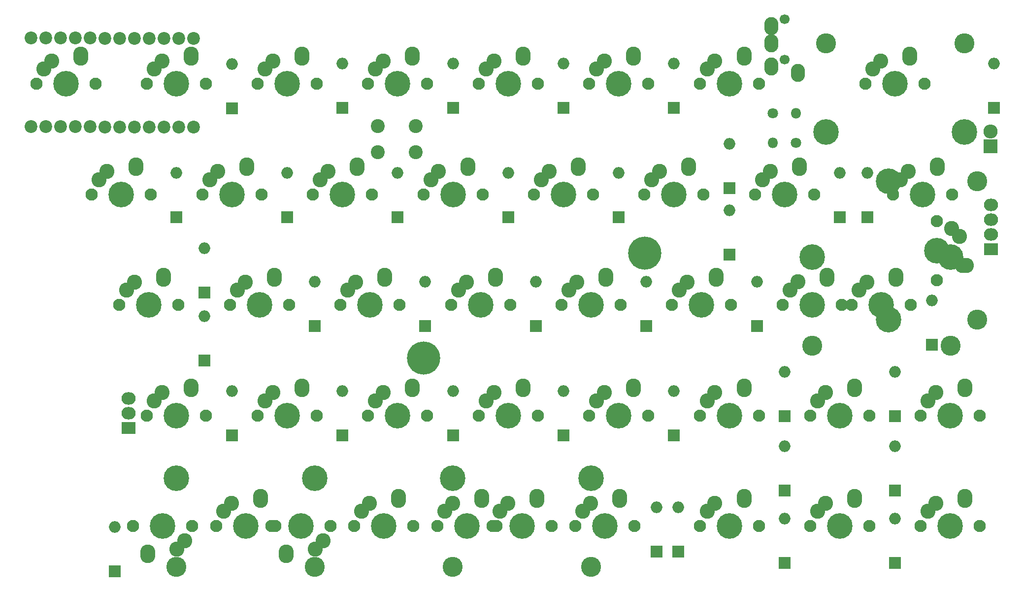
<source format=gts>
G04 #@! TF.GenerationSoftware,KiCad,Pcbnew,(5.1.6)-1*
G04 #@! TF.CreationDate,2020-06-17T00:03:13+01:00*
G04 #@! TF.ProjectId,Mint60,4d696e74-3630-42e6-9b69-6361645f7063,rev?*
G04 #@! TF.SameCoordinates,Original*
G04 #@! TF.FileFunction,Soldermask,Top*
G04 #@! TF.FilePolarity,Negative*
%FSLAX46Y46*%
G04 Gerber Fmt 4.6, Leading zero omitted, Abs format (unit mm)*
G04 Created by KiCad (PCBNEW (5.1.6)-1) date 2020-06-17 00:03:13*
%MOMM*%
%LPD*%
G01*
G04 APERTURE LIST*
%ADD10C,2.600000*%
%ADD11C,3.450000*%
%ADD12C,4.400000*%
%ADD13C,2.100000*%
%ADD14R,2.432000X2.127200*%
%ADD15O,2.432000X2.127200*%
%ADD16R,2.000000X2.000000*%
%ADD17O,2.000000X2.000000*%
%ADD18C,2.200000*%
%ADD19C,1.800000*%
%ADD20O,1.800000X1.800000*%
%ADD21R,2.432000X2.432000*%
%ADD22O,2.432000X2.432000*%
%ADD23C,1.700000*%
%ADD24O,2.400000X3.100000*%
%ADD25C,2.400000*%
%ADD26C,5.700000*%
G04 APERTURE END LIST*
D10*
X203595000Y-61040000D03*
X204730000Y-66040000D03*
D11*
X206650000Y-75400000D03*
X206650000Y-51600000D03*
D12*
X191410000Y-51600000D03*
X191410000Y-75400000D03*
D13*
X199650000Y-68580000D03*
X199650000Y-58420000D03*
D12*
X199650000Y-63500000D03*
D10*
X202190000Y-59690000D03*
X204095000Y-66040000D03*
X180790000Y-67770000D03*
X174440000Y-70310000D03*
D13*
X183330000Y-72850000D03*
X173170000Y-72850000D03*
D12*
X178250000Y-72850000D03*
D10*
X175790000Y-68905000D03*
X180790000Y-68405000D03*
X52540000Y-30430000D03*
X47540000Y-30930000D03*
D12*
X50000000Y-34875000D03*
D13*
X44920000Y-34875000D03*
X55080000Y-34875000D03*
D10*
X46190000Y-32335000D03*
X52540000Y-29795000D03*
X195040000Y-30430000D03*
X188690000Y-32335000D03*
D12*
X192500000Y-34875000D03*
D13*
X187420000Y-34875000D03*
X197580000Y-34875000D03*
D12*
X204400000Y-43115000D03*
X180600000Y-43115000D03*
D11*
X180600000Y-27875000D03*
X204400000Y-27875000D03*
D10*
X195040000Y-29795000D03*
X190040000Y-30930000D03*
D14*
X60750000Y-94000000D03*
D15*
X60750000Y-91460000D03*
X60750000Y-88920000D03*
D16*
X73750000Y-82420000D03*
D17*
X73750000Y-74800000D03*
D10*
X71540000Y-87430000D03*
X66540000Y-87930000D03*
D12*
X69000000Y-91875000D03*
D13*
X63920000Y-91875000D03*
X74080000Y-91875000D03*
D10*
X65190000Y-89335000D03*
X71540000Y-86795000D03*
D16*
X198850000Y-79700000D03*
D17*
X198850000Y-72080000D03*
D10*
X147540000Y-30430000D03*
X142540000Y-30930000D03*
D12*
X145000000Y-34875000D03*
D13*
X139920000Y-34875000D03*
X150080000Y-34875000D03*
D10*
X141190000Y-32335000D03*
X147540000Y-29795000D03*
X199790000Y-49430000D03*
X194790000Y-49930000D03*
D12*
X197250000Y-53875000D03*
D13*
X192170000Y-53875000D03*
X202330000Y-53875000D03*
D10*
X193440000Y-51335000D03*
X199790000Y-48795000D03*
X185540000Y-87430000D03*
X180540000Y-87930000D03*
D12*
X183000000Y-91875000D03*
D13*
X177920000Y-91875000D03*
X188080000Y-91875000D03*
D10*
X179190000Y-89335000D03*
X185540000Y-86795000D03*
X157040000Y-49430000D03*
X152040000Y-49930000D03*
D12*
X154500000Y-53875000D03*
D13*
X149420000Y-53875000D03*
X159580000Y-53875000D03*
D10*
X150690000Y-51335000D03*
X157040000Y-48795000D03*
D18*
X71940000Y-27030000D03*
X69400000Y-27030000D03*
X66860000Y-27030000D03*
X64320000Y-27030000D03*
X61780000Y-27030000D03*
X59240000Y-27030000D03*
X56700000Y-27030000D03*
X54160000Y-27000000D03*
X51620000Y-27000000D03*
X49080000Y-27000000D03*
X46540000Y-27000000D03*
X44000000Y-27000000D03*
X43940000Y-42240000D03*
X46480000Y-42240000D03*
X49020000Y-42240000D03*
X51560000Y-42240000D03*
X54100000Y-42240000D03*
X56640000Y-42270000D03*
X59180000Y-42270000D03*
X61720000Y-42270000D03*
X64260000Y-42270000D03*
X66800000Y-42270000D03*
X69340000Y-42270000D03*
X71880000Y-42270000D03*
D16*
X69000000Y-57800000D03*
D17*
X69000000Y-50180000D03*
D16*
X78500000Y-39100000D03*
D17*
X78500000Y-31480000D03*
D16*
X97500000Y-39000000D03*
D17*
X97500000Y-31380000D03*
D16*
X116500000Y-39000000D03*
D17*
X116500000Y-31380000D03*
D16*
X135500000Y-39000000D03*
D17*
X135500000Y-31380000D03*
D16*
X154500000Y-39000000D03*
D17*
X154500000Y-31380000D03*
D16*
X164000000Y-52750000D03*
D17*
X164000000Y-45130000D03*
D16*
X209500000Y-39000000D03*
D17*
X209500000Y-31380000D03*
D16*
X73800000Y-70700000D03*
D17*
X73800000Y-63080000D03*
D16*
X88000000Y-57800000D03*
D17*
X88000000Y-50180000D03*
D16*
X107000000Y-57750000D03*
D17*
X107000000Y-50130000D03*
D16*
X126000000Y-57750000D03*
D17*
X126000000Y-50130000D03*
D16*
X145000000Y-57750000D03*
D17*
X145000000Y-50130000D03*
D16*
X164000000Y-64250000D03*
D17*
X164000000Y-56630000D03*
D16*
X183000000Y-57750000D03*
D17*
X183000000Y-50130000D03*
D16*
X187750000Y-57750000D03*
D17*
X187750000Y-50130000D03*
D16*
X92750000Y-76500000D03*
D17*
X92750000Y-68880000D03*
D16*
X111750000Y-76500000D03*
D17*
X111750000Y-68880000D03*
D16*
X130750000Y-76500000D03*
D17*
X130750000Y-68880000D03*
D16*
X149750000Y-76500000D03*
D17*
X149750000Y-68880000D03*
D16*
X168750000Y-76500000D03*
D17*
X168750000Y-68880000D03*
D16*
X78500000Y-95250000D03*
D17*
X78500000Y-87630000D03*
D16*
X97500000Y-95250000D03*
D17*
X97500000Y-87630000D03*
D16*
X116500000Y-95250000D03*
D17*
X116500000Y-87630000D03*
D16*
X135500000Y-95250000D03*
D17*
X135500000Y-87630000D03*
D16*
X154500000Y-95250000D03*
D17*
X154500000Y-87630000D03*
D16*
X173500000Y-104750000D03*
D17*
X173500000Y-97130000D03*
D14*
X209000000Y-63250000D03*
D15*
X209000000Y-60710000D03*
X209000000Y-58170000D03*
X209000000Y-55630000D03*
D19*
X171500000Y-39920000D03*
D20*
X171500000Y-45000000D03*
D19*
X175500000Y-45000000D03*
D20*
X175500000Y-39920000D03*
D10*
X71540000Y-30430000D03*
X66540000Y-30930000D03*
D12*
X69000000Y-34875000D03*
D13*
X63920000Y-34875000D03*
X74080000Y-34875000D03*
D10*
X65190000Y-32335000D03*
X71540000Y-29795000D03*
X90540000Y-30430000D03*
X85540000Y-30930000D03*
D12*
X88000000Y-34875000D03*
D13*
X82920000Y-34875000D03*
X93080000Y-34875000D03*
D10*
X84190000Y-32335000D03*
X90540000Y-29795000D03*
X109540000Y-30430000D03*
X104540000Y-30930000D03*
D12*
X107000000Y-34875000D03*
D13*
X101920000Y-34875000D03*
X112080000Y-34875000D03*
D10*
X103190000Y-32335000D03*
X109540000Y-29795000D03*
X128540000Y-30430000D03*
X123540000Y-30930000D03*
D12*
X126000000Y-34875000D03*
D13*
X120920000Y-34875000D03*
X131080000Y-34875000D03*
D10*
X122190000Y-32335000D03*
X128540000Y-29795000D03*
X166540000Y-30430000D03*
X161540000Y-30930000D03*
D12*
X164000000Y-34875000D03*
D13*
X158920000Y-34875000D03*
X169080000Y-34875000D03*
D10*
X160190000Y-32335000D03*
X166540000Y-29795000D03*
X62040000Y-49430000D03*
X57040000Y-49930000D03*
D12*
X59500000Y-53875000D03*
D13*
X54420000Y-53875000D03*
X64580000Y-53875000D03*
D10*
X55690000Y-51335000D03*
X62040000Y-48795000D03*
X81040000Y-49430000D03*
X76040000Y-49930000D03*
D12*
X78500000Y-53875000D03*
D13*
X73420000Y-53875000D03*
X83580000Y-53875000D03*
D10*
X74690000Y-51335000D03*
X81040000Y-48795000D03*
X100040000Y-49430000D03*
X95040000Y-49930000D03*
D12*
X97500000Y-53875000D03*
D13*
X92420000Y-53875000D03*
X102580000Y-53875000D03*
D10*
X93690000Y-51335000D03*
X100040000Y-48795000D03*
X119040000Y-49430000D03*
X114040000Y-49930000D03*
D12*
X116500000Y-53875000D03*
D13*
X111420000Y-53875000D03*
X121580000Y-53875000D03*
D10*
X112690000Y-51335000D03*
X119040000Y-48795000D03*
X138040000Y-49430000D03*
X133040000Y-49930000D03*
D12*
X135500000Y-53875000D03*
D13*
X130420000Y-53875000D03*
X140580000Y-53875000D03*
D10*
X131690000Y-51335000D03*
X138040000Y-48795000D03*
X176040000Y-49430000D03*
X171040000Y-49930000D03*
D12*
X173500000Y-53875000D03*
D13*
X168420000Y-53875000D03*
X178580000Y-53875000D03*
D10*
X169690000Y-51335000D03*
X176040000Y-48795000D03*
X66790000Y-68430000D03*
X61790000Y-68930000D03*
D12*
X64250000Y-72875000D03*
D13*
X59170000Y-72875000D03*
X69330000Y-72875000D03*
D10*
X60440000Y-70335000D03*
X66790000Y-67795000D03*
X85790000Y-68430000D03*
X80790000Y-68930000D03*
D12*
X83250000Y-72875000D03*
D13*
X78170000Y-72875000D03*
X88330000Y-72875000D03*
D10*
X79440000Y-70335000D03*
X85790000Y-67795000D03*
X123790000Y-68430000D03*
X118790000Y-68930000D03*
D12*
X121250000Y-72875000D03*
D13*
X116170000Y-72875000D03*
X126330000Y-72875000D03*
D10*
X117440000Y-70335000D03*
X123790000Y-67795000D03*
X142790000Y-68430000D03*
X137790000Y-68930000D03*
D12*
X140250000Y-72875000D03*
D13*
X135170000Y-72875000D03*
X145330000Y-72875000D03*
D10*
X136440000Y-70335000D03*
X142790000Y-67795000D03*
X161790000Y-68430000D03*
X156790000Y-68930000D03*
D12*
X159250000Y-72875000D03*
D13*
X154170000Y-72875000D03*
X164330000Y-72875000D03*
D10*
X155440000Y-70335000D03*
X161790000Y-67795000D03*
X90540000Y-87430000D03*
X85540000Y-87930000D03*
D12*
X88000000Y-91875000D03*
D13*
X82920000Y-91875000D03*
X93080000Y-91875000D03*
D10*
X84190000Y-89335000D03*
X90540000Y-86795000D03*
X109540000Y-87430000D03*
X104540000Y-87930000D03*
D12*
X107000000Y-91875000D03*
D13*
X101920000Y-91875000D03*
X112080000Y-91875000D03*
D10*
X103190000Y-89335000D03*
X109540000Y-86795000D03*
X128540000Y-87430000D03*
X123540000Y-87930000D03*
D12*
X126000000Y-91875000D03*
D13*
X120920000Y-91875000D03*
X131080000Y-91875000D03*
D10*
X122190000Y-89335000D03*
X128540000Y-86795000D03*
X147540000Y-87430000D03*
X142540000Y-87930000D03*
D12*
X145000000Y-91875000D03*
D13*
X139920000Y-91875000D03*
X150080000Y-91875000D03*
D10*
X141190000Y-89335000D03*
X147540000Y-86795000D03*
D16*
X173500000Y-92000000D03*
D17*
X173500000Y-84380000D03*
D16*
X192500000Y-92000000D03*
D17*
X192500000Y-84380000D03*
D16*
X173500000Y-117250000D03*
D17*
X173500000Y-109630000D03*
D16*
X192500000Y-117250000D03*
D17*
X192500000Y-109630000D03*
D16*
X192500000Y-104750000D03*
D17*
X192500000Y-97130000D03*
D16*
X58400000Y-118620000D03*
D17*
X58400000Y-111000000D03*
D16*
X151500000Y-115250000D03*
D17*
X151500000Y-107630000D03*
D16*
X155250000Y-115250000D03*
D17*
X155250000Y-107630000D03*
D10*
X104790000Y-68430000D03*
X99790000Y-68930000D03*
D12*
X102250000Y-72875000D03*
D13*
X97170000Y-72875000D03*
X107330000Y-72875000D03*
D10*
X98440000Y-70335000D03*
X104790000Y-67795000D03*
X166540000Y-87430000D03*
X161540000Y-87930000D03*
D12*
X164000000Y-91875000D03*
D13*
X158920000Y-91875000D03*
X169080000Y-91875000D03*
D10*
X160190000Y-89335000D03*
X166540000Y-86795000D03*
X204540000Y-87430000D03*
X199540000Y-87930000D03*
D12*
X202000000Y-91875000D03*
D13*
X196920000Y-91875000D03*
X207080000Y-91875000D03*
D10*
X198190000Y-89335000D03*
X204540000Y-86795000D03*
X166540000Y-106430000D03*
X161540000Y-106930000D03*
D12*
X164000000Y-110875000D03*
D13*
X158920000Y-110875000D03*
X169080000Y-110875000D03*
D10*
X160190000Y-108335000D03*
X166540000Y-105795000D03*
X185540000Y-106430000D03*
X180540000Y-106930000D03*
D12*
X183000000Y-110875000D03*
D13*
X177920000Y-110875000D03*
X188080000Y-110875000D03*
D10*
X179190000Y-108335000D03*
X185540000Y-105795000D03*
X204540000Y-106430000D03*
X199540000Y-106930000D03*
D12*
X202000000Y-110875000D03*
D13*
X196920000Y-110875000D03*
X207080000Y-110875000D03*
D10*
X198190000Y-108335000D03*
X204540000Y-105795000D03*
X87835000Y-115320000D03*
X92835000Y-114820000D03*
D12*
X90375000Y-110875000D03*
D13*
X95455000Y-110875000D03*
X85295000Y-110875000D03*
D10*
X94185000Y-113415000D03*
X87835000Y-115955000D03*
D21*
X208950000Y-45600000D03*
D22*
X208950000Y-43060000D03*
D23*
X173500000Y-23700000D03*
X173500000Y-30700000D03*
D24*
X175800000Y-33000000D03*
X171200000Y-31900000D03*
X171200000Y-24900000D03*
X171200000Y-27900000D03*
D10*
X64085000Y-115320000D03*
X69085000Y-114820000D03*
D12*
X66625000Y-110875000D03*
D13*
X71705000Y-110875000D03*
X61545000Y-110875000D03*
D10*
X70435000Y-113415000D03*
X64085000Y-115955000D03*
X121415000Y-106430000D03*
X116415000Y-106930000D03*
D12*
X118875000Y-110875000D03*
D13*
X113795000Y-110875000D03*
X123955000Y-110875000D03*
D10*
X115065000Y-108335000D03*
X121415000Y-105795000D03*
X145165000Y-106430000D03*
X140165000Y-106930000D03*
D12*
X142625000Y-110875000D03*
D13*
X137545000Y-110875000D03*
X147705000Y-110875000D03*
D10*
X138815000Y-108335000D03*
X145165000Y-105795000D03*
D25*
X103600000Y-42100000D03*
X103600000Y-46600000D03*
X110100000Y-42100000D03*
X110100000Y-46600000D03*
D10*
X107165000Y-106430000D03*
X102165000Y-106930000D03*
D12*
X104625000Y-110875000D03*
D13*
X99545000Y-110875000D03*
X109705000Y-110875000D03*
D10*
X100815000Y-108335000D03*
X107165000Y-105795000D03*
X192665000Y-68430000D03*
X186315000Y-70335000D03*
D12*
X190125000Y-72875000D03*
D13*
X185045000Y-72875000D03*
X195205000Y-72875000D03*
D12*
X202025000Y-64635000D03*
X178225000Y-64635000D03*
D11*
X178225000Y-79875000D03*
X202025000Y-79875000D03*
D10*
X192665000Y-67795000D03*
X187665000Y-68930000D03*
X83415000Y-106430000D03*
X77065000Y-108335000D03*
D12*
X80875000Y-110875000D03*
D13*
X75795000Y-110875000D03*
X85955000Y-110875000D03*
D12*
X92775000Y-102635000D03*
X68975000Y-102635000D03*
D11*
X68975000Y-117875000D03*
X92775000Y-117875000D03*
D10*
X83415000Y-105795000D03*
X78415000Y-106930000D03*
X130915000Y-106430000D03*
X124565000Y-108335000D03*
D12*
X128375000Y-110875000D03*
D13*
X123295000Y-110875000D03*
X133455000Y-110875000D03*
D12*
X140275000Y-102635000D03*
X116475000Y-102635000D03*
D11*
X116475000Y-117875000D03*
X140275000Y-117875000D03*
D10*
X130915000Y-105795000D03*
X125915000Y-106930000D03*
D26*
X149500000Y-64000000D03*
X111500000Y-82000000D03*
M02*

</source>
